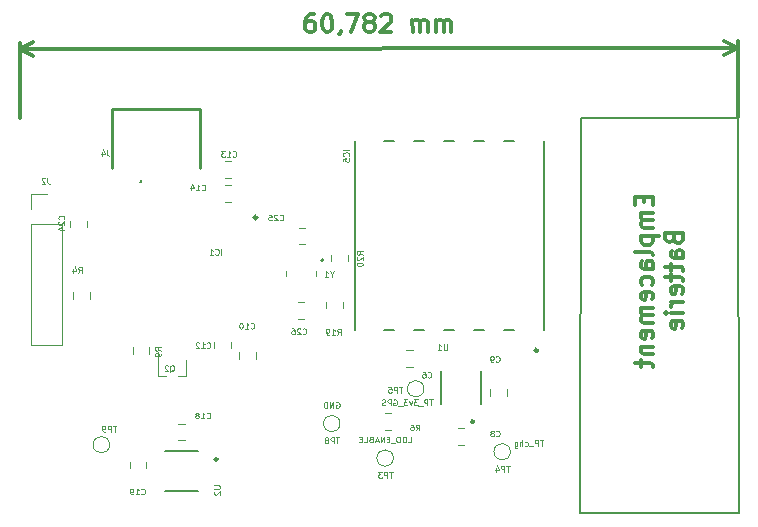
<source format=gbr>
%TF.GenerationSoftware,KiCad,Pcbnew,(5.0.2)-1*%
%TF.CreationDate,2021-04-08T12:32:07+02:00*%
%TF.ProjectId,trackerGPS,74726163-6b65-4724-9750-532e6b696361,rev?*%
%TF.SameCoordinates,Original*%
%TF.FileFunction,Legend,Bot*%
%TF.FilePolarity,Positive*%
%FSLAX46Y46*%
G04 Gerber Fmt 4.6, Leading zero omitted, Abs format (unit mm)*
G04 Created by KiCad (PCBNEW (5.0.2)-1) date 08/04/2021 12:32:07*
%MOMM*%
%LPD*%
G01*
G04 APERTURE LIST*
%ADD10C,0.300000*%
%ADD11C,0.200000*%
%ADD12C,0.120000*%
%ADD13C,0.150000*%
%ADD14C,0.250000*%
%ADD15C,0.254000*%
%ADD16C,0.100000*%
%ADD17C,0.075000*%
G04 APERTURE END LIST*
D10*
X151500457Y-69042057D02*
X151500457Y-69542057D01*
X152286171Y-69756342D02*
X152286171Y-69042057D01*
X150786171Y-69042057D01*
X150786171Y-69756342D01*
X152286171Y-70399200D02*
X151286171Y-70399200D01*
X151429028Y-70399200D02*
X151357600Y-70470628D01*
X151286171Y-70613485D01*
X151286171Y-70827771D01*
X151357600Y-70970628D01*
X151500457Y-71042057D01*
X152286171Y-71042057D01*
X151500457Y-71042057D02*
X151357600Y-71113485D01*
X151286171Y-71256342D01*
X151286171Y-71470628D01*
X151357600Y-71613485D01*
X151500457Y-71684914D01*
X152286171Y-71684914D01*
X151286171Y-72399200D02*
X152786171Y-72399200D01*
X151357600Y-72399200D02*
X151286171Y-72542057D01*
X151286171Y-72827771D01*
X151357600Y-72970628D01*
X151429028Y-73042057D01*
X151571885Y-73113485D01*
X152000457Y-73113485D01*
X152143314Y-73042057D01*
X152214742Y-72970628D01*
X152286171Y-72827771D01*
X152286171Y-72542057D01*
X152214742Y-72399200D01*
X152286171Y-73970628D02*
X152214742Y-73827771D01*
X152071885Y-73756342D01*
X150786171Y-73756342D01*
X152286171Y-75184914D02*
X151500457Y-75184914D01*
X151357600Y-75113485D01*
X151286171Y-74970628D01*
X151286171Y-74684914D01*
X151357600Y-74542057D01*
X152214742Y-75184914D02*
X152286171Y-75042057D01*
X152286171Y-74684914D01*
X152214742Y-74542057D01*
X152071885Y-74470628D01*
X151929028Y-74470628D01*
X151786171Y-74542057D01*
X151714742Y-74684914D01*
X151714742Y-75042057D01*
X151643314Y-75184914D01*
X152214742Y-76542057D02*
X152286171Y-76399200D01*
X152286171Y-76113485D01*
X152214742Y-75970628D01*
X152143314Y-75899200D01*
X152000457Y-75827771D01*
X151571885Y-75827771D01*
X151429028Y-75899200D01*
X151357600Y-75970628D01*
X151286171Y-76113485D01*
X151286171Y-76399200D01*
X151357600Y-76542057D01*
X152214742Y-77756342D02*
X152286171Y-77613485D01*
X152286171Y-77327771D01*
X152214742Y-77184914D01*
X152071885Y-77113485D01*
X151500457Y-77113485D01*
X151357600Y-77184914D01*
X151286171Y-77327771D01*
X151286171Y-77613485D01*
X151357600Y-77756342D01*
X151500457Y-77827771D01*
X151643314Y-77827771D01*
X151786171Y-77113485D01*
X152286171Y-78470628D02*
X151286171Y-78470628D01*
X151429028Y-78470628D02*
X151357600Y-78542057D01*
X151286171Y-78684914D01*
X151286171Y-78899200D01*
X151357600Y-79042057D01*
X151500457Y-79113485D01*
X152286171Y-79113485D01*
X151500457Y-79113485D02*
X151357600Y-79184914D01*
X151286171Y-79327771D01*
X151286171Y-79542057D01*
X151357600Y-79684914D01*
X151500457Y-79756342D01*
X152286171Y-79756342D01*
X152214742Y-81042057D02*
X152286171Y-80899200D01*
X152286171Y-80613485D01*
X152214742Y-80470628D01*
X152071885Y-80399200D01*
X151500457Y-80399200D01*
X151357600Y-80470628D01*
X151286171Y-80613485D01*
X151286171Y-80899200D01*
X151357600Y-81042057D01*
X151500457Y-81113485D01*
X151643314Y-81113485D01*
X151786171Y-80399200D01*
X151286171Y-81756342D02*
X152286171Y-81756342D01*
X151429028Y-81756342D02*
X151357600Y-81827771D01*
X151286171Y-81970628D01*
X151286171Y-82184914D01*
X151357600Y-82327771D01*
X151500457Y-82399200D01*
X152286171Y-82399200D01*
X151286171Y-82899200D02*
X151286171Y-83470628D01*
X150786171Y-83113485D02*
X152071885Y-83113485D01*
X152214742Y-83184914D01*
X152286171Y-83327771D01*
X152286171Y-83470628D01*
X154050457Y-72613485D02*
X154121885Y-72827771D01*
X154193314Y-72899200D01*
X154336171Y-72970628D01*
X154550457Y-72970628D01*
X154693314Y-72899200D01*
X154764742Y-72827771D01*
X154836171Y-72684914D01*
X154836171Y-72113485D01*
X153336171Y-72113485D01*
X153336171Y-72613485D01*
X153407600Y-72756342D01*
X153479028Y-72827771D01*
X153621885Y-72899200D01*
X153764742Y-72899200D01*
X153907600Y-72827771D01*
X153979028Y-72756342D01*
X154050457Y-72613485D01*
X154050457Y-72113485D01*
X154836171Y-74256342D02*
X154050457Y-74256342D01*
X153907600Y-74184914D01*
X153836171Y-74042057D01*
X153836171Y-73756342D01*
X153907600Y-73613485D01*
X154764742Y-74256342D02*
X154836171Y-74113485D01*
X154836171Y-73756342D01*
X154764742Y-73613485D01*
X154621885Y-73542057D01*
X154479028Y-73542057D01*
X154336171Y-73613485D01*
X154264742Y-73756342D01*
X154264742Y-74113485D01*
X154193314Y-74256342D01*
X153836171Y-74756342D02*
X153836171Y-75327771D01*
X153336171Y-74970628D02*
X154621885Y-74970628D01*
X154764742Y-75042057D01*
X154836171Y-75184914D01*
X154836171Y-75327771D01*
X153836171Y-75613485D02*
X153836171Y-76184914D01*
X153336171Y-75827771D02*
X154621885Y-75827771D01*
X154764742Y-75899200D01*
X154836171Y-76042057D01*
X154836171Y-76184914D01*
X154764742Y-77256342D02*
X154836171Y-77113485D01*
X154836171Y-76827771D01*
X154764742Y-76684914D01*
X154621885Y-76613485D01*
X154050457Y-76613485D01*
X153907600Y-76684914D01*
X153836171Y-76827771D01*
X153836171Y-77113485D01*
X153907600Y-77256342D01*
X154050457Y-77327771D01*
X154193314Y-77327771D01*
X154336171Y-76613485D01*
X154836171Y-77970628D02*
X153836171Y-77970628D01*
X154121885Y-77970628D02*
X153979028Y-78042057D01*
X153907600Y-78113485D01*
X153836171Y-78256342D01*
X153836171Y-78399200D01*
X154836171Y-78899200D02*
X153836171Y-78899200D01*
X153336171Y-78899200D02*
X153407600Y-78827771D01*
X153479028Y-78899200D01*
X153407600Y-78970628D01*
X153336171Y-78899200D01*
X153479028Y-78899200D01*
X154764742Y-80184914D02*
X154836171Y-80042057D01*
X154836171Y-79756342D01*
X154764742Y-79613485D01*
X154621885Y-79542057D01*
X154050457Y-79542057D01*
X153907600Y-79613485D01*
X153836171Y-79756342D01*
X153836171Y-80042057D01*
X153907600Y-80184914D01*
X154050457Y-80256342D01*
X154193314Y-80256342D01*
X154336171Y-79542057D01*
D11*
X146151600Y-95859600D02*
X146202400Y-62382400D01*
X159588200Y-95834200D02*
X146151600Y-95859600D01*
X159486600Y-62357000D02*
X159588200Y-95834200D01*
X146202400Y-62382400D02*
X159486600Y-62357000D01*
D10*
X123573544Y-53607334D02*
X123287831Y-53608050D01*
X123145153Y-53679837D01*
X123073904Y-53751444D01*
X122931585Y-53966087D01*
X122860873Y-54251980D01*
X122862305Y-54823407D01*
X122934092Y-54966084D01*
X123005699Y-55037333D01*
X123148735Y-55108404D01*
X123434448Y-55107687D01*
X123577126Y-55035901D01*
X123648375Y-54964293D01*
X123719445Y-54821257D01*
X123718550Y-54464116D01*
X123646763Y-54321438D01*
X123575156Y-54250189D01*
X123432120Y-54179119D01*
X123146407Y-54179835D01*
X123003729Y-54251622D01*
X122932480Y-54323229D01*
X122861410Y-54466265D01*
X124644969Y-53604647D02*
X124787826Y-53604289D01*
X124930862Y-53675359D01*
X125002469Y-53746609D01*
X125074256Y-53889286D01*
X125146401Y-54174820D01*
X125147296Y-54531962D01*
X125076584Y-54817855D01*
X125005514Y-54960890D01*
X124934265Y-55032498D01*
X124791587Y-55104284D01*
X124648730Y-55104643D01*
X124505695Y-55033572D01*
X124434087Y-54962323D01*
X124362301Y-54819646D01*
X124290156Y-54534111D01*
X124289260Y-54176970D01*
X124359972Y-53891077D01*
X124431043Y-53748041D01*
X124502292Y-53676434D01*
X124644969Y-53604647D01*
X125862833Y-55030170D02*
X125863012Y-55101598D01*
X125791942Y-55244634D01*
X125720693Y-55316241D01*
X126359250Y-53600349D02*
X127359247Y-53597842D01*
X126720152Y-55099449D01*
X128146570Y-54238727D02*
X128003534Y-54167657D01*
X127931927Y-54096407D01*
X127860140Y-53953730D01*
X127859961Y-53882301D01*
X127931032Y-53739266D01*
X128002281Y-53667658D01*
X128144958Y-53595872D01*
X128430672Y-53595155D01*
X128573708Y-53666226D01*
X128645315Y-53737475D01*
X128717102Y-53880152D01*
X128717281Y-53951581D01*
X128646210Y-54094616D01*
X128574961Y-54166224D01*
X128432284Y-54238010D01*
X128146570Y-54238727D01*
X128003893Y-54310513D01*
X127932643Y-54382121D01*
X127861573Y-54525157D01*
X127862290Y-54810870D01*
X127934076Y-54953548D01*
X128005684Y-55024797D01*
X128148719Y-55095867D01*
X128434433Y-55095151D01*
X128577110Y-55023364D01*
X128648360Y-54951757D01*
X128719430Y-54808721D01*
X128718713Y-54523007D01*
X128646927Y-54380330D01*
X128575319Y-54309081D01*
X128432284Y-54238010D01*
X129288170Y-53735863D02*
X129359419Y-53664255D01*
X129502097Y-53592469D01*
X129859239Y-53591573D01*
X130002275Y-53662644D01*
X130073882Y-53733893D01*
X130145669Y-53876570D01*
X130146027Y-54019427D01*
X130075136Y-54233891D01*
X129220145Y-55093181D01*
X130148713Y-55090852D01*
X131934422Y-55086375D02*
X131931914Y-54086378D01*
X131932273Y-54229235D02*
X132003522Y-54157627D01*
X132146199Y-54085841D01*
X132360485Y-54085304D01*
X132503520Y-54156374D01*
X132575307Y-54299051D01*
X132577277Y-55084763D01*
X132575307Y-54299051D02*
X132646377Y-54156016D01*
X132789055Y-54084229D01*
X133003340Y-54083692D01*
X133146375Y-54154762D01*
X133218162Y-54297440D01*
X133220132Y-55083151D01*
X133934415Y-55081360D02*
X133931908Y-54081364D01*
X133932266Y-54224220D02*
X134003516Y-54152613D01*
X134146193Y-54080826D01*
X134360478Y-54080289D01*
X134503514Y-54151359D01*
X134575301Y-54294037D01*
X134577271Y-55079749D01*
X134575301Y-54294037D02*
X134646371Y-54151001D01*
X134789048Y-54079214D01*
X135003333Y-54078677D01*
X135146369Y-54149747D01*
X135218156Y-54292425D01*
X135220126Y-55078137D01*
X98689752Y-56591163D02*
X159471952Y-56438763D01*
X98704400Y-62433200D02*
X98688282Y-56004744D01*
X159486600Y-62280800D02*
X159470482Y-55852344D01*
X159471952Y-56438763D02*
X158346922Y-57028006D01*
X159471952Y-56438763D02*
X158343981Y-55855169D01*
X98689752Y-56591163D02*
X99817723Y-57174757D01*
X98689752Y-56591163D02*
X99814782Y-56001920D01*
D12*
X106287800Y-90055700D02*
G75*
G03X106287800Y-90055700I-700000J0D01*
G01*
X125795000Y-88265000D02*
G75*
G03X125795000Y-88265000I-700000J0D01*
G01*
X107976600Y-91508948D02*
X107976600Y-92031452D01*
X109396600Y-91508948D02*
X109396600Y-92031452D01*
D13*
X113801053Y-93975280D02*
X111001053Y-93975280D01*
X113801053Y-90575280D02*
X111001053Y-90575280D01*
D14*
X115429153Y-91300280D02*
G75*
G03X115429153Y-91300280I-125000J0D01*
G01*
D12*
X130106052Y-87402600D02*
X129583548Y-87402600D01*
X130106052Y-88822600D02*
X129583548Y-88822600D01*
X130316200Y-91186000D02*
G75*
G03X130316200Y-91186000I-700000J0D01*
G01*
X140222200Y-90652600D02*
G75*
G03X140222200Y-90652600I-700000J0D01*
G01*
X132907000Y-85318600D02*
G75*
G03X132907000Y-85318600I-700000J0D01*
G01*
X126465400Y-73973948D02*
X126465400Y-74496452D01*
X125045400Y-73973948D02*
X125045400Y-74496452D01*
X124639000Y-77945348D02*
X124639000Y-78467852D01*
X126059000Y-77945348D02*
X126059000Y-78467852D01*
X112636905Y-89683280D02*
X112114401Y-89683280D01*
X112636905Y-88263280D02*
X112114401Y-88263280D01*
D15*
X106527600Y-66656000D02*
X106527600Y-61656000D01*
X106527600Y-61656000D02*
X113947600Y-61656000D01*
X113947600Y-61656000D02*
X113947600Y-66656000D01*
X108943660Y-67792000D02*
G75*
G03X108943660Y-67792000I-63060J0D01*
G01*
X118809801Y-70826440D02*
G75*
G03X118809801Y-70826440I-162500J0D01*
G01*
D12*
X112056800Y-84270600D02*
X112716800Y-84270600D01*
X110396800Y-84270600D02*
X111056800Y-84270600D01*
X110396800Y-84270600D02*
X110396800Y-82240600D01*
X112716800Y-82860600D02*
X112716800Y-84270600D01*
X109650600Y-81822548D02*
X109650600Y-82345052D01*
X108230600Y-81822548D02*
X108230600Y-82345052D01*
D11*
X127026400Y-64310800D02*
X127026400Y-80310800D01*
X143026400Y-64310800D02*
X143026400Y-80310800D01*
X129516400Y-64310800D02*
X130376400Y-64310800D01*
X132056400Y-64310800D02*
X132916400Y-64310800D01*
X134596400Y-64310800D02*
X135456400Y-64310800D01*
X137136400Y-64310800D02*
X137996400Y-64310800D01*
X139676400Y-64310800D02*
X140536400Y-64310800D01*
X129516400Y-80310800D02*
X130376400Y-80310800D01*
X132056400Y-80310800D02*
X132916400Y-80310800D01*
X134596400Y-80310800D02*
X135456400Y-80310800D01*
X137136400Y-80310800D02*
X137996400Y-80310800D01*
X139676400Y-80310800D02*
X140536400Y-80310800D01*
D15*
X142553700Y-82071800D02*
G75*
G03X142553700Y-82071800I-142300J0D01*
G01*
D16*
X123754200Y-75339600D02*
X123754200Y-75739600D01*
X121254200Y-75339600D02*
X121254200Y-75739600D01*
D11*
X124304200Y-74339600D02*
X124304200Y-74339600D01*
X124304200Y-74539600D02*
X124304200Y-74539600D01*
X124304200Y-74539600D02*
G75*
G03X124304200Y-74339600I0J100000D01*
G01*
X124304200Y-74339600D02*
G75*
G03X124304200Y-74539600I0J-100000D01*
G01*
D12*
X122832652Y-73100000D02*
X122310148Y-73100000D01*
X122832652Y-71680000D02*
X122310148Y-71680000D01*
X122226548Y-79399200D02*
X122749052Y-79399200D01*
X122226548Y-77979200D02*
X122749052Y-77979200D01*
X104392800Y-71609852D02*
X104392800Y-71087348D01*
X102972800Y-71609852D02*
X102972800Y-71087348D01*
X102295000Y-71399400D02*
X99635000Y-71399400D01*
X102295000Y-71399400D02*
X102295000Y-81619400D01*
X102295000Y-81619400D02*
X99635000Y-81619400D01*
X99635000Y-71399400D02*
X99635000Y-81619400D01*
X99635000Y-68799400D02*
X99635000Y-70129400D01*
X100965000Y-68799400D02*
X99635000Y-68799400D01*
X104596000Y-77157948D02*
X104596000Y-77680452D01*
X103176000Y-77157948D02*
X103176000Y-77680452D01*
X116078349Y-69483040D02*
X116600853Y-69483040D01*
X116078349Y-68063040D02*
X116600853Y-68063040D01*
X116078349Y-66031040D02*
X116600853Y-66031040D01*
X116078349Y-67451040D02*
X116600853Y-67451040D01*
X115139400Y-81323548D02*
X115139400Y-81846052D01*
X116559400Y-81323548D02*
X116559400Y-81846052D01*
X117222200Y-82237948D02*
X117222200Y-82760452D01*
X118642200Y-82237948D02*
X118642200Y-82760452D01*
X131934852Y-83488600D02*
X131412348Y-83488600D01*
X131934852Y-82068600D02*
X131412348Y-82068600D01*
X138482000Y-85378548D02*
X138482000Y-85901052D01*
X139902000Y-85378548D02*
X139902000Y-85901052D01*
X136269252Y-90067200D02*
X135746748Y-90067200D01*
X136269252Y-88647200D02*
X135746748Y-88647200D01*
D13*
X134342400Y-86591600D02*
X134342400Y-83791600D01*
X137742400Y-86591600D02*
X137742400Y-83791600D01*
D14*
X137142400Y-88094700D02*
G75*
G03X137142400Y-88094700I-125000J0D01*
G01*
D17*
X106853752Y-88448390D02*
X106568038Y-88448390D01*
X106710895Y-88948390D02*
X106710895Y-88448390D01*
X106401371Y-88948390D02*
X106401371Y-88448390D01*
X106210895Y-88448390D01*
X106163276Y-88472200D01*
X106139466Y-88496009D01*
X106115657Y-88543628D01*
X106115657Y-88615057D01*
X106139466Y-88662676D01*
X106163276Y-88686485D01*
X106210895Y-88710295D01*
X106401371Y-88710295D01*
X105877561Y-88948390D02*
X105782323Y-88948390D01*
X105734704Y-88924580D01*
X105710895Y-88900771D01*
X105663276Y-88829342D01*
X105639466Y-88734104D01*
X105639466Y-88543628D01*
X105663276Y-88496009D01*
X105687085Y-88472200D01*
X105734704Y-88448390D01*
X105829942Y-88448390D01*
X105877561Y-88472200D01*
X105901371Y-88496009D01*
X105925180Y-88543628D01*
X105925180Y-88662676D01*
X105901371Y-88710295D01*
X105877561Y-88734104D01*
X105829942Y-88757914D01*
X105734704Y-88757914D01*
X105687085Y-88734104D01*
X105663276Y-88710295D01*
X105639466Y-88662676D01*
X125725952Y-89439190D02*
X125440238Y-89439190D01*
X125583095Y-89939190D02*
X125583095Y-89439190D01*
X125273571Y-89939190D02*
X125273571Y-89439190D01*
X125083095Y-89439190D01*
X125035476Y-89463000D01*
X125011666Y-89486809D01*
X124987857Y-89534428D01*
X124987857Y-89605857D01*
X125011666Y-89653476D01*
X125035476Y-89677285D01*
X125083095Y-89701095D01*
X125273571Y-89701095D01*
X124702142Y-89653476D02*
X124749761Y-89629666D01*
X124773571Y-89605857D01*
X124797380Y-89558238D01*
X124797380Y-89534428D01*
X124773571Y-89486809D01*
X124749761Y-89463000D01*
X124702142Y-89439190D01*
X124606904Y-89439190D01*
X124559285Y-89463000D01*
X124535476Y-89486809D01*
X124511666Y-89534428D01*
X124511666Y-89558238D01*
X124535476Y-89605857D01*
X124559285Y-89629666D01*
X124606904Y-89653476D01*
X124702142Y-89653476D01*
X124749761Y-89677285D01*
X124773571Y-89701095D01*
X124797380Y-89748714D01*
X124797380Y-89843952D01*
X124773571Y-89891571D01*
X124749761Y-89915380D01*
X124702142Y-89939190D01*
X124606904Y-89939190D01*
X124559285Y-89915380D01*
X124535476Y-89891571D01*
X124511666Y-89843952D01*
X124511666Y-89748714D01*
X124535476Y-89701095D01*
X124559285Y-89677285D01*
X124606904Y-89653476D01*
X125475952Y-86465000D02*
X125523571Y-86441190D01*
X125595000Y-86441190D01*
X125666428Y-86465000D01*
X125714047Y-86512619D01*
X125737857Y-86560238D01*
X125761666Y-86655476D01*
X125761666Y-86726904D01*
X125737857Y-86822142D01*
X125714047Y-86869761D01*
X125666428Y-86917380D01*
X125595000Y-86941190D01*
X125547380Y-86941190D01*
X125475952Y-86917380D01*
X125452142Y-86893571D01*
X125452142Y-86726904D01*
X125547380Y-86726904D01*
X125237857Y-86941190D02*
X125237857Y-86441190D01*
X124952142Y-86941190D01*
X124952142Y-86441190D01*
X124714047Y-86941190D02*
X124714047Y-86441190D01*
X124595000Y-86441190D01*
X124523571Y-86465000D01*
X124475952Y-86512619D01*
X124452142Y-86560238D01*
X124428333Y-86655476D01*
X124428333Y-86726904D01*
X124452142Y-86822142D01*
X124475952Y-86869761D01*
X124523571Y-86917380D01*
X124595000Y-86941190D01*
X124714047Y-86941190D01*
X108969928Y-94222071D02*
X108993738Y-94245880D01*
X109065166Y-94269690D01*
X109112785Y-94269690D01*
X109184214Y-94245880D01*
X109231833Y-94198261D01*
X109255642Y-94150642D01*
X109279452Y-94055404D01*
X109279452Y-93983976D01*
X109255642Y-93888738D01*
X109231833Y-93841119D01*
X109184214Y-93793500D01*
X109112785Y-93769690D01*
X109065166Y-93769690D01*
X108993738Y-93793500D01*
X108969928Y-93817309D01*
X108493738Y-94269690D02*
X108779452Y-94269690D01*
X108636595Y-94269690D02*
X108636595Y-93769690D01*
X108684214Y-93841119D01*
X108731833Y-93888738D01*
X108779452Y-93912547D01*
X108255642Y-94269690D02*
X108160404Y-94269690D01*
X108112785Y-94245880D01*
X108088976Y-94222071D01*
X108041357Y-94150642D01*
X108017547Y-94055404D01*
X108017547Y-93864928D01*
X108041357Y-93817309D01*
X108065166Y-93793500D01*
X108112785Y-93769690D01*
X108208023Y-93769690D01*
X108255642Y-93793500D01*
X108279452Y-93817309D01*
X108303261Y-93864928D01*
X108303261Y-93983976D01*
X108279452Y-94031595D01*
X108255642Y-94055404D01*
X108208023Y-94079214D01*
X108112785Y-94079214D01*
X108065166Y-94055404D01*
X108041357Y-94031595D01*
X108017547Y-93983976D01*
X115130496Y-93506957D02*
X115535258Y-93506957D01*
X115582877Y-93530767D01*
X115606686Y-93554576D01*
X115630496Y-93602195D01*
X115630496Y-93697433D01*
X115606686Y-93745052D01*
X115582877Y-93768862D01*
X115535258Y-93792671D01*
X115130496Y-93792671D01*
X115178115Y-94006957D02*
X115154306Y-94030767D01*
X115130496Y-94078386D01*
X115130496Y-94197433D01*
X115154306Y-94245052D01*
X115178115Y-94268862D01*
X115225734Y-94292671D01*
X115273353Y-94292671D01*
X115344782Y-94268862D01*
X115630496Y-93983148D01*
X115630496Y-94292671D01*
X132226833Y-88846790D02*
X132393500Y-88608695D01*
X132512547Y-88846790D02*
X132512547Y-88346790D01*
X132322071Y-88346790D01*
X132274452Y-88370600D01*
X132250642Y-88394409D01*
X132226833Y-88442028D01*
X132226833Y-88513457D01*
X132250642Y-88561076D01*
X132274452Y-88584885D01*
X132322071Y-88608695D01*
X132512547Y-88608695D01*
X131798261Y-88346790D02*
X131893500Y-88346790D01*
X131941119Y-88370600D01*
X131964928Y-88394409D01*
X132012547Y-88465838D01*
X132036357Y-88561076D01*
X132036357Y-88751552D01*
X132012547Y-88799171D01*
X131988738Y-88822980D01*
X131941119Y-88846790D01*
X131845880Y-88846790D01*
X131798261Y-88822980D01*
X131774452Y-88799171D01*
X131750642Y-88751552D01*
X131750642Y-88632504D01*
X131774452Y-88584885D01*
X131798261Y-88561076D01*
X131845880Y-88537266D01*
X131941119Y-88537266D01*
X131988738Y-88561076D01*
X132012547Y-88584885D01*
X132036357Y-88632504D01*
X130247152Y-92360190D02*
X129961438Y-92360190D01*
X130104295Y-92860190D02*
X130104295Y-92360190D01*
X129794771Y-92860190D02*
X129794771Y-92360190D01*
X129604295Y-92360190D01*
X129556676Y-92384000D01*
X129532866Y-92407809D01*
X129509057Y-92455428D01*
X129509057Y-92526857D01*
X129532866Y-92574476D01*
X129556676Y-92598285D01*
X129604295Y-92622095D01*
X129794771Y-92622095D01*
X129342390Y-92360190D02*
X129032866Y-92360190D01*
X129199533Y-92550666D01*
X129128104Y-92550666D01*
X129080485Y-92574476D01*
X129056676Y-92598285D01*
X129032866Y-92645904D01*
X129032866Y-92764952D01*
X129056676Y-92812571D01*
X129080485Y-92836380D01*
X129128104Y-92860190D01*
X129270961Y-92860190D01*
X129318580Y-92836380D01*
X129342390Y-92812571D01*
X131544771Y-89862190D02*
X131782866Y-89862190D01*
X131782866Y-89362190D01*
X131378104Y-89862190D02*
X131378104Y-89362190D01*
X131259057Y-89362190D01*
X131187628Y-89386000D01*
X131140009Y-89433619D01*
X131116200Y-89481238D01*
X131092390Y-89576476D01*
X131092390Y-89647904D01*
X131116200Y-89743142D01*
X131140009Y-89790761D01*
X131187628Y-89838380D01*
X131259057Y-89862190D01*
X131378104Y-89862190D01*
X130782866Y-89362190D02*
X130687628Y-89362190D01*
X130640009Y-89386000D01*
X130592390Y-89433619D01*
X130568580Y-89528857D01*
X130568580Y-89695523D01*
X130592390Y-89790761D01*
X130640009Y-89838380D01*
X130687628Y-89862190D01*
X130782866Y-89862190D01*
X130830485Y-89838380D01*
X130878104Y-89790761D01*
X130901914Y-89695523D01*
X130901914Y-89528857D01*
X130878104Y-89433619D01*
X130830485Y-89386000D01*
X130782866Y-89362190D01*
X130473342Y-89909809D02*
X130092390Y-89909809D01*
X129973342Y-89600285D02*
X129806676Y-89600285D01*
X129735247Y-89862190D02*
X129973342Y-89862190D01*
X129973342Y-89362190D01*
X129735247Y-89362190D01*
X129520961Y-89862190D02*
X129520961Y-89362190D01*
X129235247Y-89862190D01*
X129235247Y-89362190D01*
X129020961Y-89719333D02*
X128782866Y-89719333D01*
X129068580Y-89862190D02*
X128901914Y-89362190D01*
X128735247Y-89862190D01*
X128401914Y-89600285D02*
X128330485Y-89624095D01*
X128306676Y-89647904D01*
X128282866Y-89695523D01*
X128282866Y-89766952D01*
X128306676Y-89814571D01*
X128330485Y-89838380D01*
X128378104Y-89862190D01*
X128568580Y-89862190D01*
X128568580Y-89362190D01*
X128401914Y-89362190D01*
X128354295Y-89386000D01*
X128330485Y-89409809D01*
X128306676Y-89457428D01*
X128306676Y-89505047D01*
X128330485Y-89552666D01*
X128354295Y-89576476D01*
X128401914Y-89600285D01*
X128568580Y-89600285D01*
X127830485Y-89862190D02*
X128068580Y-89862190D01*
X128068580Y-89362190D01*
X127663819Y-89600285D02*
X127497152Y-89600285D01*
X127425723Y-89862190D02*
X127663819Y-89862190D01*
X127663819Y-89362190D01*
X127425723Y-89362190D01*
X140153152Y-91826790D02*
X139867438Y-91826790D01*
X140010295Y-92326790D02*
X140010295Y-91826790D01*
X139700771Y-92326790D02*
X139700771Y-91826790D01*
X139510295Y-91826790D01*
X139462676Y-91850600D01*
X139438866Y-91874409D01*
X139415057Y-91922028D01*
X139415057Y-91993457D01*
X139438866Y-92041076D01*
X139462676Y-92064885D01*
X139510295Y-92088695D01*
X139700771Y-92088695D01*
X138986485Y-91993457D02*
X138986485Y-92326790D01*
X139105533Y-91802980D02*
X139224580Y-92160123D01*
X138915057Y-92160123D01*
X143007400Y-89654890D02*
X142721685Y-89654890D01*
X142864542Y-90154890D02*
X142864542Y-89654890D01*
X142555019Y-90154890D02*
X142555019Y-89654890D01*
X142364542Y-89654890D01*
X142316923Y-89678700D01*
X142293114Y-89702509D01*
X142269304Y-89750128D01*
X142269304Y-89821557D01*
X142293114Y-89869176D01*
X142316923Y-89892985D01*
X142364542Y-89916795D01*
X142555019Y-89916795D01*
X142174066Y-90202509D02*
X141793114Y-90202509D01*
X141459780Y-90131080D02*
X141507400Y-90154890D01*
X141602638Y-90154890D01*
X141650257Y-90131080D01*
X141674066Y-90107271D01*
X141697876Y-90059652D01*
X141697876Y-89916795D01*
X141674066Y-89869176D01*
X141650257Y-89845366D01*
X141602638Y-89821557D01*
X141507400Y-89821557D01*
X141459780Y-89845366D01*
X141245495Y-90154890D02*
X141245495Y-89654890D01*
X141031209Y-90154890D02*
X141031209Y-89892985D01*
X141055019Y-89845366D01*
X141102638Y-89821557D01*
X141174066Y-89821557D01*
X141221685Y-89845366D01*
X141245495Y-89869176D01*
X140578828Y-89821557D02*
X140578828Y-90226319D01*
X140602638Y-90273938D01*
X140626447Y-90297747D01*
X140674066Y-90321557D01*
X140745495Y-90321557D01*
X140793114Y-90297747D01*
X140578828Y-90131080D02*
X140626447Y-90154890D01*
X140721685Y-90154890D01*
X140769304Y-90131080D01*
X140793114Y-90107271D01*
X140816923Y-90059652D01*
X140816923Y-89916795D01*
X140793114Y-89869176D01*
X140769304Y-89845366D01*
X140721685Y-89821557D01*
X140626447Y-89821557D01*
X140578828Y-89845366D01*
X131085352Y-85146390D02*
X130799638Y-85146390D01*
X130942495Y-85646390D02*
X130942495Y-85146390D01*
X130632971Y-85646390D02*
X130632971Y-85146390D01*
X130442495Y-85146390D01*
X130394876Y-85170200D01*
X130371066Y-85194009D01*
X130347257Y-85241628D01*
X130347257Y-85313057D01*
X130371066Y-85360676D01*
X130394876Y-85384485D01*
X130442495Y-85408295D01*
X130632971Y-85408295D01*
X129894876Y-85146390D02*
X130132971Y-85146390D01*
X130156780Y-85384485D01*
X130132971Y-85360676D01*
X130085352Y-85336866D01*
X129966304Y-85336866D01*
X129918685Y-85360676D01*
X129894876Y-85384485D01*
X129871066Y-85432104D01*
X129871066Y-85551152D01*
X129894876Y-85598771D01*
X129918685Y-85622580D01*
X129966304Y-85646390D01*
X130085352Y-85646390D01*
X130132971Y-85622580D01*
X130156780Y-85598771D01*
X133648971Y-86225890D02*
X133363257Y-86225890D01*
X133506114Y-86725890D02*
X133506114Y-86225890D01*
X133196590Y-86725890D02*
X133196590Y-86225890D01*
X133006114Y-86225890D01*
X132958495Y-86249700D01*
X132934685Y-86273509D01*
X132910876Y-86321128D01*
X132910876Y-86392557D01*
X132934685Y-86440176D01*
X132958495Y-86463985D01*
X133006114Y-86487795D01*
X133196590Y-86487795D01*
X132815638Y-86773509D02*
X132434685Y-86773509D01*
X132363257Y-86225890D02*
X132053733Y-86225890D01*
X132220400Y-86416366D01*
X132148971Y-86416366D01*
X132101352Y-86440176D01*
X132077542Y-86463985D01*
X132053733Y-86511604D01*
X132053733Y-86630652D01*
X132077542Y-86678271D01*
X132101352Y-86702080D01*
X132148971Y-86725890D01*
X132291828Y-86725890D01*
X132339447Y-86702080D01*
X132363257Y-86678271D01*
X131887066Y-86392557D02*
X131768019Y-86725890D01*
X131648971Y-86392557D01*
X131506114Y-86225890D02*
X131196590Y-86225890D01*
X131363257Y-86416366D01*
X131291828Y-86416366D01*
X131244209Y-86440176D01*
X131220400Y-86463985D01*
X131196590Y-86511604D01*
X131196590Y-86630652D01*
X131220400Y-86678271D01*
X131244209Y-86702080D01*
X131291828Y-86725890D01*
X131434685Y-86725890D01*
X131482304Y-86702080D01*
X131506114Y-86678271D01*
X131101352Y-86773509D02*
X130720400Y-86773509D01*
X130339447Y-86249700D02*
X130387066Y-86225890D01*
X130458495Y-86225890D01*
X130529923Y-86249700D01*
X130577542Y-86297319D01*
X130601352Y-86344938D01*
X130625161Y-86440176D01*
X130625161Y-86511604D01*
X130601352Y-86606842D01*
X130577542Y-86654461D01*
X130529923Y-86702080D01*
X130458495Y-86725890D01*
X130410876Y-86725890D01*
X130339447Y-86702080D01*
X130315638Y-86678271D01*
X130315638Y-86511604D01*
X130410876Y-86511604D01*
X130101352Y-86725890D02*
X130101352Y-86225890D01*
X129910876Y-86225890D01*
X129863257Y-86249700D01*
X129839447Y-86273509D01*
X129815638Y-86321128D01*
X129815638Y-86392557D01*
X129839447Y-86440176D01*
X129863257Y-86463985D01*
X129910876Y-86487795D01*
X130101352Y-86487795D01*
X129625161Y-86702080D02*
X129553733Y-86725890D01*
X129434685Y-86725890D01*
X129387066Y-86702080D01*
X129363257Y-86678271D01*
X129339447Y-86630652D01*
X129339447Y-86583033D01*
X129363257Y-86535414D01*
X129387066Y-86511604D01*
X129434685Y-86487795D01*
X129529923Y-86463985D01*
X129577542Y-86440176D01*
X129601352Y-86416366D01*
X129625161Y-86368747D01*
X129625161Y-86321128D01*
X129601352Y-86273509D01*
X129577542Y-86249700D01*
X129529923Y-86225890D01*
X129410876Y-86225890D01*
X129339447Y-86249700D01*
X127708790Y-73973571D02*
X127470695Y-73806904D01*
X127708790Y-73687857D02*
X127208790Y-73687857D01*
X127208790Y-73878333D01*
X127232600Y-73925952D01*
X127256409Y-73949761D01*
X127304028Y-73973571D01*
X127375457Y-73973571D01*
X127423076Y-73949761D01*
X127446885Y-73925952D01*
X127470695Y-73878333D01*
X127470695Y-73687857D01*
X127256409Y-74164047D02*
X127232600Y-74187857D01*
X127208790Y-74235476D01*
X127208790Y-74354523D01*
X127232600Y-74402142D01*
X127256409Y-74425952D01*
X127304028Y-74449761D01*
X127351647Y-74449761D01*
X127423076Y-74425952D01*
X127708790Y-74140238D01*
X127708790Y-74449761D01*
X127208790Y-74759285D02*
X127208790Y-74806904D01*
X127232600Y-74854523D01*
X127256409Y-74878333D01*
X127304028Y-74902142D01*
X127399266Y-74925952D01*
X127518314Y-74925952D01*
X127613552Y-74902142D01*
X127661171Y-74878333D01*
X127684980Y-74854523D01*
X127708790Y-74806904D01*
X127708790Y-74759285D01*
X127684980Y-74711666D01*
X127661171Y-74687857D01*
X127613552Y-74664047D01*
X127518314Y-74640238D01*
X127399266Y-74640238D01*
X127304028Y-74664047D01*
X127256409Y-74687857D01*
X127232600Y-74711666D01*
X127208790Y-74759285D01*
X125568828Y-80753190D02*
X125735495Y-80515095D01*
X125854542Y-80753190D02*
X125854542Y-80253190D01*
X125664066Y-80253190D01*
X125616447Y-80277000D01*
X125592638Y-80300809D01*
X125568828Y-80348428D01*
X125568828Y-80419857D01*
X125592638Y-80467476D01*
X125616447Y-80491285D01*
X125664066Y-80515095D01*
X125854542Y-80515095D01*
X125092638Y-80753190D02*
X125378352Y-80753190D01*
X125235495Y-80753190D02*
X125235495Y-80253190D01*
X125283114Y-80324619D01*
X125330733Y-80372238D01*
X125378352Y-80396047D01*
X124854542Y-80753190D02*
X124759304Y-80753190D01*
X124711685Y-80729380D01*
X124687876Y-80705571D01*
X124640257Y-80634142D01*
X124616447Y-80538904D01*
X124616447Y-80348428D01*
X124640257Y-80300809D01*
X124664066Y-80277000D01*
X124711685Y-80253190D01*
X124806923Y-80253190D01*
X124854542Y-80277000D01*
X124878352Y-80300809D01*
X124902161Y-80348428D01*
X124902161Y-80467476D01*
X124878352Y-80515095D01*
X124854542Y-80538904D01*
X124806923Y-80562714D01*
X124711685Y-80562714D01*
X124664066Y-80538904D01*
X124640257Y-80515095D01*
X124616447Y-80467476D01*
X114494428Y-87783171D02*
X114518238Y-87806980D01*
X114589666Y-87830790D01*
X114637285Y-87830790D01*
X114708714Y-87806980D01*
X114756333Y-87759361D01*
X114780142Y-87711742D01*
X114803952Y-87616504D01*
X114803952Y-87545076D01*
X114780142Y-87449838D01*
X114756333Y-87402219D01*
X114708714Y-87354600D01*
X114637285Y-87330790D01*
X114589666Y-87330790D01*
X114518238Y-87354600D01*
X114494428Y-87378409D01*
X114018238Y-87830790D02*
X114303952Y-87830790D01*
X114161095Y-87830790D02*
X114161095Y-87330790D01*
X114208714Y-87402219D01*
X114256333Y-87449838D01*
X114303952Y-87473647D01*
X113732523Y-87545076D02*
X113780142Y-87521266D01*
X113803952Y-87497457D01*
X113827761Y-87449838D01*
X113827761Y-87426028D01*
X113803952Y-87378409D01*
X113780142Y-87354600D01*
X113732523Y-87330790D01*
X113637285Y-87330790D01*
X113589666Y-87354600D01*
X113565857Y-87378409D01*
X113542047Y-87426028D01*
X113542047Y-87449838D01*
X113565857Y-87497457D01*
X113589666Y-87521266D01*
X113637285Y-87545076D01*
X113732523Y-87545076D01*
X113780142Y-87568885D01*
X113803952Y-87592695D01*
X113827761Y-87640314D01*
X113827761Y-87735552D01*
X113803952Y-87783171D01*
X113780142Y-87806980D01*
X113732523Y-87830790D01*
X113637285Y-87830790D01*
X113589666Y-87806980D01*
X113565857Y-87783171D01*
X113542047Y-87735552D01*
X113542047Y-87640314D01*
X113565857Y-87592695D01*
X113589666Y-87568885D01*
X113637285Y-87545076D01*
X106084666Y-65080390D02*
X106084666Y-65437533D01*
X106108476Y-65508961D01*
X106156095Y-65556580D01*
X106227523Y-65580390D01*
X106275142Y-65580390D01*
X105632285Y-65247057D02*
X105632285Y-65580390D01*
X105751333Y-65056580D02*
X105870380Y-65413723D01*
X105560857Y-65413723D01*
X115760896Y-73977630D02*
X115760896Y-73477630D01*
X115237086Y-73930011D02*
X115260896Y-73953820D01*
X115332324Y-73977630D01*
X115379943Y-73977630D01*
X115451372Y-73953820D01*
X115498991Y-73906201D01*
X115522801Y-73858582D01*
X115546610Y-73763344D01*
X115546610Y-73691916D01*
X115522801Y-73596678D01*
X115498991Y-73549059D01*
X115451372Y-73501440D01*
X115379943Y-73477630D01*
X115332324Y-73477630D01*
X115260896Y-73501440D01*
X115237086Y-73525249D01*
X114760896Y-73977630D02*
X115046610Y-73977630D01*
X114903753Y-73977630D02*
X114903753Y-73477630D01*
X114951372Y-73549059D01*
X114998991Y-73596678D01*
X115046610Y-73620487D01*
X111393618Y-83875369D02*
X111441237Y-83851560D01*
X111488856Y-83803940D01*
X111560284Y-83732512D01*
X111607903Y-83708702D01*
X111655522Y-83708702D01*
X111631713Y-83827750D02*
X111679332Y-83803940D01*
X111726951Y-83756321D01*
X111750760Y-83661083D01*
X111750760Y-83494417D01*
X111726951Y-83399179D01*
X111679332Y-83351560D01*
X111631713Y-83327750D01*
X111536475Y-83327750D01*
X111488856Y-83351560D01*
X111441237Y-83399179D01*
X111417427Y-83494417D01*
X111417427Y-83661083D01*
X111441237Y-83756321D01*
X111488856Y-83803940D01*
X111536475Y-83827750D01*
X111631713Y-83827750D01*
X111226951Y-83375369D02*
X111203141Y-83351560D01*
X111155522Y-83327750D01*
X111036475Y-83327750D01*
X110988856Y-83351560D01*
X110965046Y-83375369D01*
X110941237Y-83422988D01*
X110941237Y-83470607D01*
X110965046Y-83542036D01*
X111250760Y-83827750D01*
X110941237Y-83827750D01*
X110639990Y-82102066D02*
X110401895Y-81935400D01*
X110639990Y-81816352D02*
X110139990Y-81816352D01*
X110139990Y-82006828D01*
X110163800Y-82054447D01*
X110187609Y-82078257D01*
X110235228Y-82102066D01*
X110306657Y-82102066D01*
X110354276Y-82078257D01*
X110378085Y-82054447D01*
X110401895Y-82006828D01*
X110401895Y-81816352D01*
X110639990Y-82340161D02*
X110639990Y-82435400D01*
X110616180Y-82483019D01*
X110592371Y-82506828D01*
X110520942Y-82554447D01*
X110425704Y-82578257D01*
X110235228Y-82578257D01*
X110187609Y-82554447D01*
X110163800Y-82530638D01*
X110139990Y-82483019D01*
X110139990Y-82387780D01*
X110163800Y-82340161D01*
X110187609Y-82316352D01*
X110235228Y-82292542D01*
X110354276Y-82292542D01*
X110401895Y-82316352D01*
X110425704Y-82340161D01*
X110449514Y-82387780D01*
X110449514Y-82483019D01*
X110425704Y-82530638D01*
X110401895Y-82554447D01*
X110354276Y-82578257D01*
X126565790Y-65088704D02*
X126065790Y-65088704D01*
X126518171Y-65612514D02*
X126541980Y-65588704D01*
X126565790Y-65517276D01*
X126565790Y-65469657D01*
X126541980Y-65398228D01*
X126494361Y-65350609D01*
X126446742Y-65326800D01*
X126351504Y-65302990D01*
X126280076Y-65302990D01*
X126184838Y-65326800D01*
X126137219Y-65350609D01*
X126089600Y-65398228D01*
X126065790Y-65469657D01*
X126065790Y-65517276D01*
X126089600Y-65588704D01*
X126113409Y-65612514D01*
X126065790Y-66064895D02*
X126065790Y-65826800D01*
X126303885Y-65802990D01*
X126280076Y-65826800D01*
X126256266Y-65874419D01*
X126256266Y-65993466D01*
X126280076Y-66041085D01*
X126303885Y-66064895D01*
X126351504Y-66088704D01*
X126470552Y-66088704D01*
X126518171Y-66064895D01*
X126541980Y-66041085D01*
X126565790Y-65993466D01*
X126565790Y-65874419D01*
X126541980Y-65826800D01*
X126518171Y-65802990D01*
X125096894Y-75639455D02*
X125096894Y-75877550D01*
X125263560Y-75377550D02*
X125096894Y-75639455D01*
X124930227Y-75377550D01*
X124501656Y-75877550D02*
X124787370Y-75877550D01*
X124644513Y-75877550D02*
X124644513Y-75377550D01*
X124692132Y-75448979D01*
X124739751Y-75496598D01*
X124787370Y-75520407D01*
X120683028Y-71019171D02*
X120706838Y-71042980D01*
X120778266Y-71066790D01*
X120825885Y-71066790D01*
X120897314Y-71042980D01*
X120944933Y-70995361D01*
X120968742Y-70947742D01*
X120992552Y-70852504D01*
X120992552Y-70781076D01*
X120968742Y-70685838D01*
X120944933Y-70638219D01*
X120897314Y-70590600D01*
X120825885Y-70566790D01*
X120778266Y-70566790D01*
X120706838Y-70590600D01*
X120683028Y-70614409D01*
X120492552Y-70614409D02*
X120468742Y-70590600D01*
X120421123Y-70566790D01*
X120302076Y-70566790D01*
X120254457Y-70590600D01*
X120230647Y-70614409D01*
X120206838Y-70662028D01*
X120206838Y-70709647D01*
X120230647Y-70781076D01*
X120516361Y-71066790D01*
X120206838Y-71066790D01*
X119754457Y-70566790D02*
X119992552Y-70566790D01*
X120016361Y-70804885D01*
X119992552Y-70781076D01*
X119944933Y-70757266D01*
X119825885Y-70757266D01*
X119778266Y-70781076D01*
X119754457Y-70804885D01*
X119730647Y-70852504D01*
X119730647Y-70971552D01*
X119754457Y-71019171D01*
X119778266Y-71042980D01*
X119825885Y-71066790D01*
X119944933Y-71066790D01*
X119992552Y-71042980D01*
X120016361Y-71019171D01*
X122640428Y-80645771D02*
X122664238Y-80669580D01*
X122735666Y-80693390D01*
X122783285Y-80693390D01*
X122854714Y-80669580D01*
X122902333Y-80621961D01*
X122926142Y-80574342D01*
X122949952Y-80479104D01*
X122949952Y-80407676D01*
X122926142Y-80312438D01*
X122902333Y-80264819D01*
X122854714Y-80217200D01*
X122783285Y-80193390D01*
X122735666Y-80193390D01*
X122664238Y-80217200D01*
X122640428Y-80241009D01*
X122449952Y-80241009D02*
X122426142Y-80217200D01*
X122378523Y-80193390D01*
X122259476Y-80193390D01*
X122211857Y-80217200D01*
X122188047Y-80241009D01*
X122164238Y-80288628D01*
X122164238Y-80336247D01*
X122188047Y-80407676D01*
X122473761Y-80693390D01*
X122164238Y-80693390D01*
X121735666Y-80193390D02*
X121830904Y-80193390D01*
X121878523Y-80217200D01*
X121902333Y-80241009D01*
X121949952Y-80312438D01*
X121973761Y-80407676D01*
X121973761Y-80598152D01*
X121949952Y-80645771D01*
X121926142Y-80669580D01*
X121878523Y-80693390D01*
X121783285Y-80693390D01*
X121735666Y-80669580D01*
X121711857Y-80645771D01*
X121688047Y-80598152D01*
X121688047Y-80479104D01*
X121711857Y-80431485D01*
X121735666Y-80407676D01*
X121783285Y-80383866D01*
X121878523Y-80383866D01*
X121926142Y-80407676D01*
X121949952Y-80431485D01*
X121973761Y-80479104D01*
X102413571Y-70976371D02*
X102437380Y-70952561D01*
X102461190Y-70881133D01*
X102461190Y-70833514D01*
X102437380Y-70762085D01*
X102389761Y-70714466D01*
X102342142Y-70690657D01*
X102246904Y-70666847D01*
X102175476Y-70666847D01*
X102080238Y-70690657D01*
X102032619Y-70714466D01*
X101985000Y-70762085D01*
X101961190Y-70833514D01*
X101961190Y-70881133D01*
X101985000Y-70952561D01*
X102008809Y-70976371D01*
X102008809Y-71166847D02*
X101985000Y-71190657D01*
X101961190Y-71238276D01*
X101961190Y-71357323D01*
X101985000Y-71404942D01*
X102008809Y-71428752D01*
X102056428Y-71452561D01*
X102104047Y-71452561D01*
X102175476Y-71428752D01*
X102461190Y-71143038D01*
X102461190Y-71452561D01*
X102127857Y-71881133D02*
X102461190Y-71881133D01*
X101937380Y-71762085D02*
X102294523Y-71643038D01*
X102294523Y-71952561D01*
X101030066Y-67442590D02*
X101030066Y-67799733D01*
X101053876Y-67871161D01*
X101101495Y-67918780D01*
X101172923Y-67942590D01*
X101220542Y-67942590D01*
X100815780Y-67490209D02*
X100791971Y-67466400D01*
X100744352Y-67442590D01*
X100625304Y-67442590D01*
X100577685Y-67466400D01*
X100553876Y-67490209D01*
X100530066Y-67537828D01*
X100530066Y-67585447D01*
X100553876Y-67656876D01*
X100839590Y-67942590D01*
X100530066Y-67942590D01*
X103639133Y-75486390D02*
X103805800Y-75248295D01*
X103924847Y-75486390D02*
X103924847Y-74986390D01*
X103734371Y-74986390D01*
X103686752Y-75010200D01*
X103662942Y-75034009D01*
X103639133Y-75081628D01*
X103639133Y-75153057D01*
X103662942Y-75200676D01*
X103686752Y-75224485D01*
X103734371Y-75248295D01*
X103924847Y-75248295D01*
X103210561Y-75153057D02*
X103210561Y-75486390D01*
X103329609Y-74962580D02*
X103448657Y-75319723D01*
X103139133Y-75319723D01*
X114088028Y-68479171D02*
X114111838Y-68502980D01*
X114183266Y-68526790D01*
X114230885Y-68526790D01*
X114302314Y-68502980D01*
X114349933Y-68455361D01*
X114373742Y-68407742D01*
X114397552Y-68312504D01*
X114397552Y-68241076D01*
X114373742Y-68145838D01*
X114349933Y-68098219D01*
X114302314Y-68050600D01*
X114230885Y-68026790D01*
X114183266Y-68026790D01*
X114111838Y-68050600D01*
X114088028Y-68074409D01*
X113611838Y-68526790D02*
X113897552Y-68526790D01*
X113754695Y-68526790D02*
X113754695Y-68026790D01*
X113802314Y-68098219D01*
X113849933Y-68145838D01*
X113897552Y-68169647D01*
X113183266Y-68193457D02*
X113183266Y-68526790D01*
X113302314Y-68002980D02*
X113421361Y-68360123D01*
X113111838Y-68360123D01*
X116704228Y-65634371D02*
X116728038Y-65658180D01*
X116799466Y-65681990D01*
X116847085Y-65681990D01*
X116918514Y-65658180D01*
X116966133Y-65610561D01*
X116989942Y-65562942D01*
X117013752Y-65467704D01*
X117013752Y-65396276D01*
X116989942Y-65301038D01*
X116966133Y-65253419D01*
X116918514Y-65205800D01*
X116847085Y-65181990D01*
X116799466Y-65181990D01*
X116728038Y-65205800D01*
X116704228Y-65229609D01*
X116228038Y-65681990D02*
X116513752Y-65681990D01*
X116370895Y-65681990D02*
X116370895Y-65181990D01*
X116418514Y-65253419D01*
X116466133Y-65301038D01*
X116513752Y-65324847D01*
X116061371Y-65181990D02*
X115751847Y-65181990D01*
X115918514Y-65372466D01*
X115847085Y-65372466D01*
X115799466Y-65396276D01*
X115775657Y-65420085D01*
X115751847Y-65467704D01*
X115751847Y-65586752D01*
X115775657Y-65634371D01*
X115799466Y-65658180D01*
X115847085Y-65681990D01*
X115989942Y-65681990D01*
X116037561Y-65658180D01*
X116061371Y-65634371D01*
X114519828Y-81839571D02*
X114543638Y-81863380D01*
X114615066Y-81887190D01*
X114662685Y-81887190D01*
X114734114Y-81863380D01*
X114781733Y-81815761D01*
X114805542Y-81768142D01*
X114829352Y-81672904D01*
X114829352Y-81601476D01*
X114805542Y-81506238D01*
X114781733Y-81458619D01*
X114734114Y-81411000D01*
X114662685Y-81387190D01*
X114615066Y-81387190D01*
X114543638Y-81411000D01*
X114519828Y-81434809D01*
X114043638Y-81887190D02*
X114329352Y-81887190D01*
X114186495Y-81887190D02*
X114186495Y-81387190D01*
X114234114Y-81458619D01*
X114281733Y-81506238D01*
X114329352Y-81530047D01*
X113853161Y-81434809D02*
X113829352Y-81411000D01*
X113781733Y-81387190D01*
X113662685Y-81387190D01*
X113615066Y-81411000D01*
X113591257Y-81434809D01*
X113567447Y-81482428D01*
X113567447Y-81530047D01*
X113591257Y-81601476D01*
X113876971Y-81887190D01*
X113567447Y-81887190D01*
X118228228Y-80188571D02*
X118252038Y-80212380D01*
X118323466Y-80236190D01*
X118371085Y-80236190D01*
X118442514Y-80212380D01*
X118490133Y-80164761D01*
X118513942Y-80117142D01*
X118537752Y-80021904D01*
X118537752Y-79950476D01*
X118513942Y-79855238D01*
X118490133Y-79807619D01*
X118442514Y-79760000D01*
X118371085Y-79736190D01*
X118323466Y-79736190D01*
X118252038Y-79760000D01*
X118228228Y-79783809D01*
X117752038Y-80236190D02*
X118037752Y-80236190D01*
X117894895Y-80236190D02*
X117894895Y-79736190D01*
X117942514Y-79807619D01*
X117990133Y-79855238D01*
X118037752Y-79879047D01*
X117442514Y-79736190D02*
X117394895Y-79736190D01*
X117347276Y-79760000D01*
X117323466Y-79783809D01*
X117299657Y-79831428D01*
X117275847Y-79926666D01*
X117275847Y-80045714D01*
X117299657Y-80140952D01*
X117323466Y-80188571D01*
X117347276Y-80212380D01*
X117394895Y-80236190D01*
X117442514Y-80236190D01*
X117490133Y-80212380D01*
X117513942Y-80188571D01*
X117537752Y-80140952D01*
X117561561Y-80045714D01*
X117561561Y-79926666D01*
X117537752Y-79831428D01*
X117513942Y-79783809D01*
X117490133Y-79760000D01*
X117442514Y-79736190D01*
X133230133Y-84328771D02*
X133253942Y-84352580D01*
X133325371Y-84376390D01*
X133372990Y-84376390D01*
X133444419Y-84352580D01*
X133492038Y-84304961D01*
X133515847Y-84257342D01*
X133539657Y-84162104D01*
X133539657Y-84090676D01*
X133515847Y-83995438D01*
X133492038Y-83947819D01*
X133444419Y-83900200D01*
X133372990Y-83876390D01*
X133325371Y-83876390D01*
X133253942Y-83900200D01*
X133230133Y-83924009D01*
X132801561Y-83876390D02*
X132896800Y-83876390D01*
X132944419Y-83900200D01*
X132968228Y-83924009D01*
X133015847Y-83995438D01*
X133039657Y-84090676D01*
X133039657Y-84281152D01*
X133015847Y-84328771D01*
X132992038Y-84352580D01*
X132944419Y-84376390D01*
X132849180Y-84376390D01*
X132801561Y-84352580D01*
X132777752Y-84328771D01*
X132753942Y-84281152D01*
X132753942Y-84162104D01*
X132777752Y-84114485D01*
X132801561Y-84090676D01*
X132849180Y-84066866D01*
X132944419Y-84066866D01*
X132992038Y-84090676D01*
X133015847Y-84114485D01*
X133039657Y-84162104D01*
X138995933Y-82998971D02*
X139019742Y-83022780D01*
X139091171Y-83046590D01*
X139138790Y-83046590D01*
X139210219Y-83022780D01*
X139257838Y-82975161D01*
X139281647Y-82927542D01*
X139305457Y-82832304D01*
X139305457Y-82760876D01*
X139281647Y-82665638D01*
X139257838Y-82618019D01*
X139210219Y-82570400D01*
X139138790Y-82546590D01*
X139091171Y-82546590D01*
X139019742Y-82570400D01*
X138995933Y-82594209D01*
X138757838Y-83046590D02*
X138662600Y-83046590D01*
X138614980Y-83022780D01*
X138591171Y-82998971D01*
X138543552Y-82927542D01*
X138519742Y-82832304D01*
X138519742Y-82641828D01*
X138543552Y-82594209D01*
X138567361Y-82570400D01*
X138614980Y-82546590D01*
X138710219Y-82546590D01*
X138757838Y-82570400D01*
X138781647Y-82594209D01*
X138805457Y-82641828D01*
X138805457Y-82760876D01*
X138781647Y-82808495D01*
X138757838Y-82832304D01*
X138710219Y-82856114D01*
X138614980Y-82856114D01*
X138567361Y-82832304D01*
X138543552Y-82808495D01*
X138519742Y-82760876D01*
X139012333Y-89307171D02*
X139036142Y-89330980D01*
X139107571Y-89354790D01*
X139155190Y-89354790D01*
X139226619Y-89330980D01*
X139274238Y-89283361D01*
X139298047Y-89235742D01*
X139321857Y-89140504D01*
X139321857Y-89069076D01*
X139298047Y-88973838D01*
X139274238Y-88926219D01*
X139226619Y-88878600D01*
X139155190Y-88854790D01*
X139107571Y-88854790D01*
X139036142Y-88878600D01*
X139012333Y-88902409D01*
X138726619Y-89069076D02*
X138774238Y-89045266D01*
X138798047Y-89021457D01*
X138821857Y-88973838D01*
X138821857Y-88950028D01*
X138798047Y-88902409D01*
X138774238Y-88878600D01*
X138726619Y-88854790D01*
X138631380Y-88854790D01*
X138583761Y-88878600D01*
X138559952Y-88902409D01*
X138536142Y-88950028D01*
X138536142Y-88973838D01*
X138559952Y-89021457D01*
X138583761Y-89045266D01*
X138631380Y-89069076D01*
X138726619Y-89069076D01*
X138774238Y-89092885D01*
X138798047Y-89116695D01*
X138821857Y-89164314D01*
X138821857Y-89259552D01*
X138798047Y-89307171D01*
X138774238Y-89330980D01*
X138726619Y-89354790D01*
X138631380Y-89354790D01*
X138583761Y-89330980D01*
X138559952Y-89307171D01*
X138536142Y-89259552D01*
X138536142Y-89164314D01*
X138559952Y-89116695D01*
X138583761Y-89092885D01*
X138631380Y-89069076D01*
X134858602Y-81564990D02*
X134858602Y-81969752D01*
X134834792Y-82017371D01*
X134810983Y-82041180D01*
X134763364Y-82064990D01*
X134668126Y-82064990D01*
X134620507Y-82041180D01*
X134596697Y-82017371D01*
X134572888Y-81969752D01*
X134572888Y-81564990D01*
X134072888Y-82064990D02*
X134358602Y-82064990D01*
X134215745Y-82064990D02*
X134215745Y-81564990D01*
X134263364Y-81636419D01*
X134310983Y-81684038D01*
X134358602Y-81707847D01*
M02*

</source>
